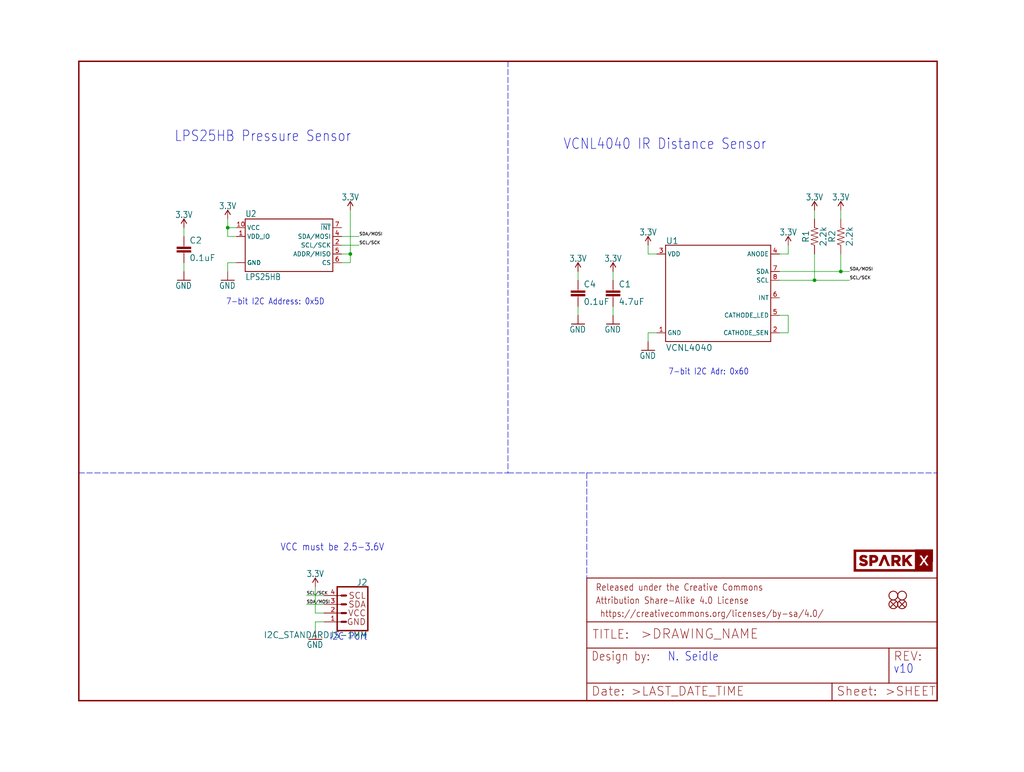
<source format=kicad_sch>
(kicad_sch (version 20211123) (generator eeschema)
  (paper "User" 297.002 223.926)
  (lib_symbols
    (symbol "eagleSchem-eagle-import:0.1UF-0603-25V-(+80{slash}-20%)"
      (property "Reference" "C" (at 1.524 2.921 0))
      (property "Value" "0.1UF-0603-25V-(+80{slash}-20%)" (at 1.524 -2.159 0))
      (symbol "0.1UF-0603-25V-(+80{slash}-20%)_1_0"
        (rectangle (start -2.032 0.508) (end 2.032 1.016) (fill (type outline)))
        (rectangle (start -2.032 1.524) (end 2.032 2.032) (fill (type outline)))
        (polyline (pts (xy 0 0) (xy 0 0.508)) (stroke (width 0.1524)))
        (polyline (pts (xy 0 2.54) (xy 0 2.032)) (stroke (width 0.1524)))
        (pin passive line (at 0 5.08 270) (length 2.54) (name "1") (number "1"))
        (pin passive line (at 0 -2.54 90) (length 2.54) (name "2") (number "2"))
      )
    )
    (symbol "eagleSchem-eagle-import:2.2KOHM-0603-1{slash}10W-1%"
      (property "Reference" "R" (at 0 1.524 0))
      (property "Value" "2.2KOHM-0603-1{slash}10W-1%" (at 0 -1.524 0))
      (symbol "2.2KOHM-0603-1{slash}10W-1%_1_0"
        (polyline (pts (xy -2.54 0) (xy -2.159 1.016)) (stroke (width 0.1524)))
        (polyline (pts (xy -2.159 1.016) (xy -1.524 -1.016)) (stroke (width 0.1524)))
        (polyline (pts (xy -1.524 -1.016) (xy -0.889 1.016)) (stroke (width 0.1524)))
        (polyline (pts (xy -0.889 1.016) (xy -0.254 -1.016)) (stroke (width 0.1524)))
        (polyline (pts (xy -0.254 -1.016) (xy 0.381 1.016)) (stroke (width 0.1524)))
        (polyline (pts (xy 0.381 1.016) (xy 1.016 -1.016)) (stroke (width 0.1524)))
        (polyline (pts (xy 1.016 -1.016) (xy 1.651 1.016)) (stroke (width 0.1524)))
        (polyline (pts (xy 1.651 1.016) (xy 2.286 -1.016)) (stroke (width 0.1524)))
        (polyline (pts (xy 2.286 -1.016) (xy 2.54 0)) (stroke (width 0.1524)))
        (pin passive line (at -5.08 0 0) (length 2.54) (name "1") (number "1"))
        (pin passive line (at 5.08 0 180) (length 2.54) (name "2") (number "2"))
      )
    )
    (symbol "eagleSchem-eagle-import:3.3V" (power)
      (property "Value" "3.3V" (at 0 2.794 0))
      (symbol "3.3V_1_0"
        (polyline (pts (xy 0 2.54) (xy -0.762 1.27)) (stroke (width 0.254)))
        (polyline (pts (xy 0.762 1.27) (xy 0 2.54)) (stroke (width 0.254)))
        (pin power_in line (at 0 0 90) (length 2.54) (name "3.3V") (number "1"))
      )
    )
    (symbol "eagleSchem-eagle-import:4.7UF0603"
      (property "Reference" "C" (at 1.524 2.921 0))
      (property "Value" "4.7UF0603" (at 1.524 -2.159 0))
      (symbol "4.7UF0603_1_0"
        (rectangle (start -2.032 0.508) (end 2.032 1.016) (fill (type outline)))
        (rectangle (start -2.032 1.524) (end 2.032 2.032) (fill (type outline)))
        (polyline (pts (xy 0 0) (xy 0 0.508)) (stroke (width 0.1524)))
        (polyline (pts (xy 0 2.54) (xy 0 2.032)) (stroke (width 0.1524)))
        (pin passive line (at 0 5.08 270) (length 2.54) (name "1") (number "1"))
        (pin passive line (at 0 -2.54 90) (length 2.54) (name "2") (number "2"))
      )
    )
    (symbol "eagleSchem-eagle-import:FIDUCIALUFIDUCIAL"
      (symbol "FIDUCIALUFIDUCIAL_1_0"
        (polyline (pts (xy -0.762 0.762) (xy 0.762 -0.762)) (stroke (width 0.254)))
        (polyline (pts (xy 0.762 0.762) (xy -0.762 -0.762)) (stroke (width 0.254)))
        (circle (center 0 0) (radius 1.27) (stroke (width 0.254)))
      )
    )
    (symbol "eagleSchem-eagle-import:FRAME-LETTER"
      (symbol "FRAME-LETTER_1_0"
        (polyline (pts (xy 0 0) (xy 248.92 0)) (stroke (width 0.4064)))
        (polyline (pts (xy 0 185.42) (xy 0 0)) (stroke (width 0.4064)))
        (polyline (pts (xy 0 185.42) (xy 248.92 185.42)) (stroke (width 0.4064)))
        (polyline (pts (xy 248.92 185.42) (xy 248.92 0)) (stroke (width 0.4064)))
      )
      (symbol "FRAME-LETTER_2_0"
        (polyline (pts (xy 0 0) (xy 0 5.08)) (stroke (width 0.254)))
        (polyline (pts (xy 0 0) (xy 71.12 0)) (stroke (width 0.254)))
        (polyline (pts (xy 0 5.08) (xy 0 15.24)) (stroke (width 0.254)))
        (polyline (pts (xy 0 5.08) (xy 71.12 5.08)) (stroke (width 0.254)))
        (polyline (pts (xy 0 15.24) (xy 0 22.86)) (stroke (width 0.254)))
        (polyline (pts (xy 0 22.86) (xy 0 35.56)) (stroke (width 0.254)))
        (polyline (pts (xy 0 22.86) (xy 101.6 22.86)) (stroke (width 0.254)))
        (polyline (pts (xy 71.12 0) (xy 101.6 0)) (stroke (width 0.254)))
        (polyline (pts (xy 71.12 5.08) (xy 71.12 0)) (stroke (width 0.254)))
        (polyline (pts (xy 71.12 5.08) (xy 87.63 5.08)) (stroke (width 0.254)))
        (polyline (pts (xy 87.63 5.08) (xy 101.6 5.08)) (stroke (width 0.254)))
        (polyline (pts (xy 87.63 15.24) (xy 0 15.24)) (stroke (width 0.254)))
        (polyline (pts (xy 87.63 15.24) (xy 87.63 5.08)) (stroke (width 0.254)))
        (polyline (pts (xy 101.6 5.08) (xy 101.6 0)) (stroke (width 0.254)))
        (polyline (pts (xy 101.6 15.24) (xy 87.63 15.24)) (stroke (width 0.254)))
        (polyline (pts (xy 101.6 15.24) (xy 101.6 5.08)) (stroke (width 0.254)))
        (polyline (pts (xy 101.6 22.86) (xy 101.6 15.24)) (stroke (width 0.254)))
        (polyline (pts (xy 101.6 35.56) (xy 0 35.56)) (stroke (width 0.254)))
        (polyline (pts (xy 101.6 35.56) (xy 101.6 22.86)) (stroke (width 0.254)))
        (text " https://creativecommons.org/licenses/by-sa/4.0/" (at 2.54 24.13 0) (effects (font (size 1.9304 1.6408)) (justify left bottom)))
        (text ">DRAWING_NAME" (at 15.494 17.78 0) (effects (font (size 2.7432 2.7432)) (justify left bottom)))
        (text ">LAST_DATE_TIME" (at 12.7 1.27 0) (effects (font (size 2.54 2.54)) (justify left bottom)))
        (text ">SHEET" (at 86.36 1.27 0) (effects (font (size 2.54 2.54)) (justify left bottom)))
        (text "Attribution Share-Alike 4.0 License" (at 2.54 27.94 0) (effects (font (size 1.9304 1.6408)) (justify left bottom)))
        (text "Date:" (at 1.27 1.27 0) (effects (font (size 2.54 2.54)) (justify left bottom)))
        (text "Design by:" (at 1.27 11.43 0) (effects (font (size 2.54 2.159)) (justify left bottom)))
        (text "Released under the Creative Commons" (at 2.54 31.75 0) (effects (font (size 1.9304 1.6408)) (justify left bottom)))
        (text "REV:" (at 88.9 11.43 0) (effects (font (size 2.54 2.54)) (justify left bottom)))
        (text "Sheet:" (at 72.39 1.27 0) (effects (font (size 2.54 2.54)) (justify left bottom)))
        (text "TITLE:" (at 1.524 17.78 0) (effects (font (size 2.54 2.54)) (justify left bottom)))
      )
    )
    (symbol "eagleSchem-eagle-import:GND" (power)
      (property "Value" "GND" (at -2.54 -2.54 0))
      (symbol "GND_1_0"
        (polyline (pts (xy -1.905 0) (xy 1.905 0)) (stroke (width 0.254)))
        (pin power_in line (at 0 2.54 270) (length 2.54) (name "GND") (number "1"))
      )
    )
    (symbol "eagleSchem-eagle-import:I2C_STANDARDJS-1MM"
      (property "Reference" "J" (at -5.08 7.874 0))
      (property "Value" "I2C_STANDARDJS-1MM" (at -5.08 -5.334 0))
      (symbol "I2C_STANDARDJS-1MM_1_0"
        (polyline (pts (xy -5.08 7.62) (xy -5.08 -5.08)) (stroke (width 0.4064)))
        (polyline (pts (xy -5.08 7.62) (xy 3.81 7.62)) (stroke (width 0.4064)))
        (polyline (pts (xy 1.27 -2.54) (xy 2.54 -2.54)) (stroke (width 0.6096)))
        (polyline (pts (xy 1.27 0) (xy 2.54 0)) (stroke (width 0.6096)))
        (polyline (pts (xy 1.27 2.54) (xy 2.54 2.54)) (stroke (width 0.6096)))
        (polyline (pts (xy 1.27 5.08) (xy 2.54 5.08)) (stroke (width 0.6096)))
        (polyline (pts (xy 3.81 -5.08) (xy -5.08 -5.08)) (stroke (width 0.4064)))
        (polyline (pts (xy 3.81 -5.08) (xy 3.81 7.62)) (stroke (width 0.4064)))
        (text "GND" (at -4.572 -2.54 0) (effects (font (size 1.778 1.778)) (justify left)))
        (text "SCL" (at -4.572 5.08 0) (effects (font (size 1.778 1.778)) (justify left)))
        (text "SDA" (at -4.572 2.54 0) (effects (font (size 1.778 1.778)) (justify left)))
        (text "VCC" (at -4.572 0 0) (effects (font (size 1.778 1.778)) (justify left)))
        (pin power_in line (at 7.62 -2.54 180) (length 5.08) (name "GND") (number "1"))
        (pin power_in line (at 7.62 0 180) (length 5.08) (name "VCC") (number "2"))
        (pin passive line (at 7.62 2.54 180) (length 5.08) (name "SDA") (number "3"))
        (pin passive line (at 7.62 5.08 180) (length 5.08) (name "SCL") (number "4"))
      )
    )
    (symbol "eagleSchem-eagle-import:LPS25HB"
      (property "Reference" "U" (at -12.7 8.128 0))
      (property "Value" "LPS25HB" (at -12.7 -10.16 0))
      (symbol "LPS25HB_1_0"
        (polyline (pts (xy -12.7 -7.62) (xy -12.7 7.62)) (stroke (width 0.254)))
        (polyline (pts (xy -12.7 7.62) (xy 12.7 7.62)) (stroke (width 0.254)))
        (polyline (pts (xy 12.7 -7.62) (xy -12.7 -7.62)) (stroke (width 0.254)))
        (polyline (pts (xy 12.7 7.62) (xy 12.7 -7.62)) (stroke (width 0.254)))
        (pin bidirectional line (at -15.24 2.54 0) (length 2.54) (name "VDD_IO") (number "1"))
        (pin bidirectional line (at -15.24 5.08 0) (length 2.54) (name "VCC") (number "10"))
        (pin bidirectional line (at 15.24 0 180) (length 2.54) (name "SCL/SCK") (number "2"))
        (pin bidirectional line (at -15.24 -5.08 0) (length 2.54) (name "GND") (number "3"))
        (pin bidirectional line (at 15.24 2.54 180) (length 2.54) (name "SDA/MOSI") (number "4"))
        (pin bidirectional line (at 15.24 -2.54 180) (length 2.54) (name "ADDR/MISO") (number "5"))
        (pin bidirectional line (at 15.24 -5.08 180) (length 2.54) (name "CS") (number "6"))
        (pin bidirectional line (at 15.24 5.08 180) (length 2.54) (name "~{INT}") (number "7"))
        (pin bidirectional line (at -15.24 -5.08 0) (length 2.54) (name "GND") (number "8"))
        (pin bidirectional line (at -15.24 -5.08 0) (length 2.54) (name "GND") (number "9"))
      )
    )
    (symbol "eagleSchem-eagle-import:SPARKX-LOGO3"
      (symbol "SPARKX-LOGO3_1_0"
        (polyline (pts (xy -7.8625 0.7515) (xy -8.05 0.7515) (xy -7.9141 0.6766)) (fill (type outline)))
        (polyline (pts (xy -1.9397 0.7515) (xy -2.2814 1.5544) (xy -2.9032 1.5544) (xy -3.2451 0.7515)) (fill (type outline)))
        (polyline (pts (xy 3.3489 0.7515) (xy 3.3489 1.5316) (xy 2.6746 1.5316) (xy 2.6746 0.7515)) (fill (type outline)))
        (polyline (pts (xy 4.6578 0.7515) (xy 5.4063 1.5316) (xy 4.5925 1.5316) (xy 3.8684 0.7515)) (fill (type outline)))
        (polyline (pts (xy -1.9397 0.7515) (xy -3.2451 0.7515) (xy -4.2176 -1.5339) (xy -3.5295 -1.5339) (xy -2.6014 0.7429) (xy -1.6733 -1.5339) (xy -0.9669 -1.5339)) (fill (type outline)))
        (polyline (pts (xy 4.6578 0.7515) (xy 3.8684 0.7515) (xy 3.3489 0.192) (xy 3.3489 0.7515) (xy 2.6746 0.7515) (xy 2.6746 -1.5339) (xy 3.3489 -1.5339) (xy 3.3489 -0.5966) (xy 3.7033 -0.2286) (xy 4.6542 -1.5339) (xy 5.4635 -1.5339) (xy 4.1582 0.2308)) (fill (type outline)))
        (polyline (pts (xy 11.43 -0.3081) (xy 9.5125 -0.3081) (xy 10.3487 -1.5339) (xy 10.3441 -1.5339) (xy 9.5554 -1.5339) (xy 8.8673 -0.4823) (xy 8.1747 -1.5339) (xy 7.4089 -1.5339) (xy 8.2501 -0.3081) (xy 6.323 -0.3081) (xy 6.323 -2.5763) (xy 6.1173 -2.5763) (xy 6.1173 -3.1638) (xy 6.323 -3.1638) (xy 11.43 -3.1638)) (fill (type outline)))
        (polyline (pts (xy -4.4884 0.7515) (xy -4.5331 0.9052) (xy -4.6316 1.0868) (xy -4.7663 1.2412) (xy -4.9339 1.3652) (xy -5.1343 1.4584) (xy -5.3657 1.5161) (xy -5.6281 1.5361) (xy -6.8808 1.5361) (xy -6.8808 0.7515) (xy -6.2042 0.7515) (xy -6.2042 0.9235) (xy -5.6829 0.9235) (xy -5.4556 0.894) (xy -5.2829 0.8046) (xy -5.2428 0.7515)) (fill (type outline)))
        (polyline (pts (xy 2.0431 0.7515) (xy 1.9885 0.9438) (xy 1.8935 1.117) (xy 1.7602 1.2641) (xy 1.5925 1.3812) (xy 1.3947 1.4648) (xy 1.1663 1.5148) (xy 0.9075 1.5316) (xy -0.4937 1.5316) (xy -0.4937 0.7515) (xy 0.1805 0.7515) (xy 0.1805 0.9235) (xy 0.8503 0.9235) (xy 1.0734 0.8961) (xy 1.2412 0.8138) (xy 1.2887 0.7515)) (fill (type outline)))
        (polyline (pts (xy -11.43 3.1638) (xy -11.43 -3.1638) (xy 6.1173 -3.1638) (xy 6.1173 -2.5763) (xy -10.8424 -2.5763) (xy -10.8424 2.5763) (xy 6.323 2.5763) (xy 6.323 -0.3081) (xy 8.2501 -0.3081) (xy 8.4787 0.0251) (xy 7.4546 1.5316) (xy 8.2433 1.5316) (xy 8.8879 0.5372) (xy 9.5371 1.5316) (xy 10.303 1.5316) (xy 9.2788 0.0342) (xy 9.5125 -0.3081) (xy 11.43 -0.3081) (xy 11.43 3.1638) (xy 6.323 3.1638)) (fill (type outline)))
        (polyline (pts (xy -8.7028 1.5727) (xy -8.9291 1.556) (xy -9.1348 1.5064) (xy -9.3177 1.4264) (xy -9.4731 1.319) (xy -9.5984 1.1849) (xy -9.6926 1.0287) (xy -9.7513 0.8501) (xy -9.7607 0.7515) (xy -9.0934 0.7515) (xy -9.0784 0.8153) (xy -9.0045 0.9006) (xy -8.8811 0.9583) (xy -8.7096 0.9784) (xy -8.513 0.958) (xy -8.3164 0.8983) (xy -8.05 0.7515) (xy -7.8625 0.7515) (xy -7.5643 1.1841) (xy -7.8127 1.3505) (xy -8.0832 1.4721) (xy -8.3792 1.5473)) (fill (type outline)))
        (polyline (pts (xy 2.0431 0.7515) (xy 1.2887 0.7515) (xy 1.3462 0.6766) (xy 1.3807 0.4846) (xy 1.3807 0.4777) (xy 1.3479 0.3012) (xy 1.2481 0.1623) (xy 1.0853 0.0736) (xy 0.8641 0.0434) (xy 0.1805 0.0434) (xy 0.1805 0.7515) (xy -0.4937 0.7515) (xy -0.4937 -1.5339) (xy 0.1805 -1.5339) (xy 0.1805 -0.5532) (xy 0.7109 -0.5532) (xy 1.367 -1.5339) (xy 2.1556 -1.5339) (xy 1.4058 -0.4389) (xy 1.6718 -0.2981) (xy 1.8813 -0.096) (xy 2.0182 0.1724) (xy 2.0642 0.5097) (xy 2.0642 0.5189) (xy 2.0454 0.7442)) (fill (type outline)))
        (polyline (pts (xy -4.4884 0.7515) (xy -5.2428 0.7515) (xy -5.1729 0.6593) (xy -5.1366 0.4594) (xy -5.1366 0.4503) (xy -5.1711 0.2692) (xy -5.276 0.1188) (xy -5.4444 0.019) (xy -5.6692 -0.0137) (xy -6.2042 -0.0137) (xy -6.2042 0.7515) (xy -6.8808 0.7515) (xy -6.8808 -1.5293) (xy -6.2064 -1.5293) (xy -6.2064 -0.6103) (xy -5.6944 -0.6103) (xy -5.4444 -0.593) (xy -5.2097 -0.5417) (xy -4.9987 -0.4564) (xy -4.8166 -0.3383) (xy -4.6659 -0.1854) (xy -4.5514 0) (xy -4.4795 0.2179) (xy -4.4554 0.4686) (xy -4.4531 0.464) (xy -4.4531 0.4732) (xy -4.4734 0.6995)) (fill (type outline)))
        (polyline (pts (xy -9.0934 0.7515) (xy -9.7607 0.7515) (xy -9.7703 0.6492) (xy -9.7703 0.64) (xy -9.7518 0.4312) (xy -9.6972 0.2583) (xy -9.61 0.1173) (xy -9.4937 0.0022) (xy -9.1737 -0.1714) (xy -8.7508 -0.2994) (xy -8.4376 -0.3909) (xy -8.2478 -0.4777) (xy -8.1564 -0.5715) (xy -8.1313 -0.688) (xy -8.1313 -0.6972) (xy -8.1605 -0.8188) (xy -8.2478 -0.9098) (xy -8.3873 -0.9674) (xy -8.5747 -0.9875) (xy -8.8275 -0.9621) (xy -9.0594 -0.8869) (xy -9.2781 -0.7688) (xy -9.4914 -0.6149) (xy -9.8892 -1.0927) (xy -9.5984 -1.3103) (xy -9.2765 -1.463) (xy -8.9359 -1.5537) (xy -8.5885 -1.5841) (xy -8.3499 -1.5684) (xy -8.1335 -1.5201) (xy -7.9428 -1.4424) (xy -7.7792 -1.3373) (xy -7.6474 -1.2024) (xy -7.5483 -1.0401) (xy -7.4866 -0.8498) (xy -7.466 -0.6355) (xy -7.466 -0.6263) (xy -7.466 -0.6172) (xy -7.4818 -0.43) (xy -7.53 -0.272) (xy -7.6095 -0.1369) (xy -7.7198 -0.0205) (xy -8.0261 0.1623) (xy -8.4421 0.2994) (xy -8.769 0.3909) (xy -8.9725 0.4732) (xy -9.0754 0.5715) (xy -9.1028 0.7018) (xy -9.1028 0.7109)) (fill (type outline)))
      )
    )
    (symbol "eagleSchem-eagle-import:STAND-OFF"
      (symbol "STAND-OFF_1_0"
        (circle (center 0 0) (radius 1.27) (stroke (width 0.254)))
      )
    )
    (symbol "eagleSchem-eagle-import:VCNL4040"
      (property "Reference" "U" (at -15.24 12.954 0))
      (property "Value" "VCNL4040" (at -15.24 -18.034 0))
      (symbol "VCNL4040_1_0"
        (polyline (pts (xy -15.24 -15.24) (xy -15.24 12.7)) (stroke (width 0.254)))
        (polyline (pts (xy -15.24 12.7) (xy 15.24 12.7)) (stroke (width 0.254)))
        (polyline (pts (xy 15.24 -15.24) (xy -15.24 -15.24)) (stroke (width 0.254)))
        (polyline (pts (xy 15.24 12.7) (xy 15.24 -15.24)) (stroke (width 0.254)))
        (pin bidirectional line (at -17.78 -12.7 0) (length 2.54) (name "GND") (number "1"))
        (pin bidirectional line (at 17.78 -12.7 180) (length 2.54) (name "CATHODE_SEN") (number "2"))
        (pin bidirectional line (at -17.78 10.16 0) (length 2.54) (name "VDD") (number "3"))
        (pin bidirectional line (at 17.78 10.16 180) (length 2.54) (name "ANODE") (number "4"))
        (pin bidirectional line (at 17.78 -7.62 180) (length 2.54) (name "CATHODE_LED") (number "5"))
        (pin bidirectional line (at 17.78 -2.54 180) (length 2.54) (name "INT") (number "6"))
        (pin bidirectional line (at 17.78 5.08 180) (length 2.54) (name "SDA") (number "7"))
        (pin bidirectional line (at 17.78 2.54 180) (length 2.54) (name "SCL") (number "8"))
      )
    )
  )
  (junction (at 243.84 78.74))
  (junction (at 66.04 66.04))
  (junction (at 101.6 73.66))
  (junction (at 236.22 81.28))
  (wire (pts (xy 93.98 177.8) (xy 91.44 177.8)))
  (wire (pts (xy 93.98 175.26) (xy 88.9 175.26)))
  (wire (pts (xy 53.34 78.74) (xy 53.34 76.2)))
  (wire (pts (xy 99.06 71.12) (xy 104.14 71.12)))
  (wire (pts (xy 236.22 81.28) (xy 246.38 81.28)))
  (wire (pts (xy 177.8 81.28) (xy 177.8 78.74)))
  (wire (pts (xy 99.06 73.66) (xy 101.6 73.66)))
  (wire (pts (xy 99.06 68.58) (xy 104.14 68.58)))
  (wire (pts (xy 226.06 81.28) (xy 236.22 81.28)))
  (polyline (pts (xy 170.18 137.16) (xy 170.18 167.64)))
  (wire (pts (xy 101.6 60.96) (xy 101.6 73.66)))
  (wire (pts (xy 228.6 96.52) (xy 226.06 96.52)))
  (wire (pts (xy 93.98 180.34) (xy 91.44 180.34)))
  (wire (pts (xy 167.64 91.44) (xy 167.64 88.9)))
  (wire (pts (xy 236.22 60.96) (xy 236.22 63.5)))
  (polyline (pts (xy 22.86 137.16) (xy 147.32 137.16)))
  (wire (pts (xy 228.6 73.66) (xy 226.06 73.66)))
  (wire (pts (xy 190.5 96.52) (xy 187.96 96.52)))
  (wire (pts (xy 243.84 73.66) (xy 243.84 78.74)))
  (wire (pts (xy 91.44 170.18) (xy 91.44 177.8)))
  (wire (pts (xy 68.58 68.58) (xy 66.04 68.58)))
  (wire (pts (xy 236.22 73.66) (xy 236.22 81.28)))
  (wire (pts (xy 187.96 96.52) (xy 187.96 99.06)))
  (wire (pts (xy 68.58 66.04) (xy 66.04 66.04)))
  (wire (pts (xy 190.5 73.66) (xy 187.96 73.66)))
  (wire (pts (xy 93.98 172.72) (xy 88.9 172.72)))
  (polyline (pts (xy 147.32 137.16) (xy 170.18 137.16)))
  (wire (pts (xy 53.34 66.04) (xy 53.34 68.58)))
  (wire (pts (xy 226.06 91.44) (xy 228.6 91.44)))
  (wire (pts (xy 177.8 88.9) (xy 177.8 91.44)))
  (wire (pts (xy 243.84 78.74) (xy 246.38 78.74)))
  (polyline (pts (xy 170.18 137.16) (xy 271.78 137.16)))
  (wire (pts (xy 228.6 71.12) (xy 228.6 73.66)))
  (wire (pts (xy 68.58 76.2) (xy 66.04 76.2)))
  (wire (pts (xy 101.6 73.66) (xy 101.6 76.2)))
  (wire (pts (xy 66.04 68.58) (xy 66.04 66.04)))
  (wire (pts (xy 91.44 182.88) (xy 91.44 180.34)))
  (wire (pts (xy 187.96 71.12) (xy 187.96 73.66)))
  (wire (pts (xy 167.64 81.28) (xy 167.64 78.74)))
  (wire (pts (xy 66.04 66.04) (xy 66.04 63.5)))
  (polyline (pts (xy 147.32 17.78) (xy 147.32 137.16)))
  (wire (pts (xy 66.04 76.2) (xy 66.04 78.74)))
  (wire (pts (xy 228.6 91.44) (xy 228.6 96.52)))
  (wire (pts (xy 99.06 76.2) (xy 101.6 76.2)))
  (wire (pts (xy 226.06 78.74) (xy 243.84 78.74)))
  (wire (pts (xy 243.84 60.96) (xy 243.84 63.5)))
  (text "7-bit I2C Adr: 0x60" (at 193.802 108.966 180) (effects (font (size 1.778 1.5113)) (justify left bottom)))
  (text "VCC must be 2.5-3.6V" (at 81.28 160.02 180) (effects (font (size 2.032 1.7272)) (justify left bottom)))
  (text "VCNL4040 IR Distance Sensor" (at 163.322 43.688 180) (effects (font (size 3.048 2.5908)) (justify left bottom)))
  (text "7-bit I2C Address: 0x5D" (at 65.532 88.646 180) (effects (font (size 1.778 1.5113)) (justify left bottom)))
  (text "I2C Port" (at 95.504 185.928 180) (effects (font (size 2.032 1.7272)) (justify left bottom)))
  (text "N. Seidle" (at 193.548 192.024 180) (effects (font (size 2.54 2.159)) (justify left bottom)))
  (text "v10" (at 259.08 195.58 180) (effects (font (size 2.54 2.159)) (justify left bottom)))
  (text "LPS25HB Pressure Sensor" (at 50.546 41.402 180) (effects (font (size 3.048 2.5908)) (justify left bottom)))
  (label "SDA/MOSI" (at 104.14 68.58 0) (effects (font (size 0.889 0.889))))
  (label "SDA/MOSI" (at 88.9 175.26 0) (effects (font (size 0.889 0.889))))
  (label "SCL/SCK" (at 88.9 172.72 0) (effects (font (size 0.889 0.889))))
  (label "SCL/SCK" (at 104.14 71.12 0) (effects (font (size 0.889 0.889))))
  (label "SCL/SCK" (at 246.38 81.28 0) (effects (font (size 0.889 0.889))))
  (label "SDA/MOSI" (at 246.38 78.74 0) (effects (font (size 0.889 0.889))))
  (symbol (lib_id "eagleSchem-eagle-import:GND") (at 66.04 81.28 0) (unit 1)
    (property "Reference" "#GND1" (effects hide))
    (property "Value" "GND" (at 63.5 83.82 0) (effects (font (size 1.778 1.5113)) (justify left bottom)))
    (property "Footprint" "eagleSchem:" (effects hide))
  )
  (symbol (lib_id "eagleSchem-eagle-import:3.3V") (at 187.96 71.12 0) (unit 1)
    (property "Reference" "#SUPPLY1" (effects hide))
    (property "Value" "3.3V" (at 187.96 68.326 0) (effects (font (size 1.778 1.5113)) (justify bottom)))
    (property "Footprint" "eagleSchem:" (effects hide))
  )
  (symbol (lib_id "eagleSchem-eagle-import:2.2KOHM-0603-1{slash}10W-1%") (at 243.84 68.58 90) (unit 1)
    (property "Reference" "R2" (at 242.316 68.58 0) (effects (font (size 1.778 1.778)) (justify bottom)))
    (property "Value" "2.2k" (at 245.364 68.58 0) (effects (font (size 1.778 1.778)) (justify top)))
    (property "Footprint" "eagleSchem:0603" (effects hide))
  )
  (symbol (lib_id "eagleSchem-eagle-import:SPARKX-LOGO3") (at 259.08 162.56 0) (unit 1)
    (property "Reference" "U$2" (effects hide))
    (property "Value" "SPARKX-LOGO3" (effects hide))
    (property "Footprint" "eagleSchem:SPARKX-SMALL" (effects hide))
  )
  (symbol (lib_id "eagleSchem-eagle-import:GND") (at 177.8 93.98 0) (unit 1)
    (property "Reference" "#GND8" (effects hide))
    (property "Value" "GND" (at 175.26 96.52 0) (effects (font (size 1.778 1.5113)) (justify left bottom)))
    (property "Footprint" "eagleSchem:" (effects hide))
  )
  (symbol (lib_id "eagleSchem-eagle-import:0.1UF-0603-25V-(+80{slash}-20%)") (at 167.64 86.36 0) (unit 1)
    (property "Reference" "C4" (at 169.164 83.439 0) (effects (font (size 1.778 1.778)) (justify left bottom)))
    (property "Value" "0.1uF" (at 169.164 88.519 0) (effects (font (size 1.778 1.778)) (justify left bottom)))
    (property "Footprint" "eagleSchem:0603" (effects hide))
  )
  (symbol (lib_id "eagleSchem-eagle-import:0.1UF-0603-25V-(+80{slash}-20%)") (at 53.34 73.66 0) (unit 1)
    (property "Reference" "C2" (at 54.864 70.739 0) (effects (font (size 1.778 1.778)) (justify left bottom)))
    (property "Value" "0.1uF" (at 54.864 75.819 0) (effects (font (size 1.778 1.778)) (justify left bottom)))
    (property "Footprint" "eagleSchem:0603" (effects hide))
  )
  (symbol (lib_id "eagleSchem-eagle-import:STAND-OFF") (at 261.62 172.72 0) (unit 1)
    (property "Reference" "U$3" (effects hide))
    (property "Value" "STAND-OFF" (effects hide))
    (property "Footprint" "eagleSchem:STAND-OFF-#2" (effects hide))
  )
  (symbol (lib_id "eagleSchem-eagle-import:LPS25HB") (at 83.82 71.12 0) (unit 1)
    (property "Reference" "U2" (at 71.12 62.992 0) (effects (font (size 1.778 1.5113)) (justify left bottom)))
    (property "Value" "LPS25HB" (at 71.12 81.28 0) (effects (font (size 1.778 1.5113)) (justify left bottom)))
    (property "Footprint" "eagleSchem:LPS25HB" (effects hide))
  )
  (symbol (lib_id "eagleSchem-eagle-import:GND") (at 187.96 101.6 0) (unit 1)
    (property "Reference" "#GND3" (effects hide))
    (property "Value" "GND" (at 185.42 104.14 0) (effects (font (size 1.778 1.5113)) (justify left bottom)))
    (property "Footprint" "eagleSchem:" (effects hide))
  )
  (symbol (lib_id "eagleSchem-eagle-import:3.3V") (at 236.22 60.96 0) (unit 1)
    (property "Reference" "#SUPPLY5" (effects hide))
    (property "Value" "3.3V" (at 236.22 58.166 0) (effects (font (size 1.778 1.5113)) (justify bottom)))
    (property "Footprint" "eagleSchem:" (effects hide))
  )
  (symbol (lib_id "eagleSchem-eagle-import:FIDUCIALUFIDUCIAL") (at 259.08 175.26 0) (unit 1)
    (property "Reference" "FD2" (effects hide))
    (property "Value" "FIDUCIALUFIDUCIAL" (effects hide))
    (property "Footprint" "eagleSchem:FIDUCIAL-MICRO" (effects hide))
  )
  (symbol (lib_id "eagleSchem-eagle-import:FRAME-LETTER") (at 22.86 203.2 0) (unit 1)
    (property "Reference" "FRAME2" (effects hide))
    (property "Value" "FRAME-LETTER" (effects hide))
    (property "Footprint" "eagleSchem:CREATIVE_COMMONS" (effects hide))
  )
  (symbol (lib_id "eagleSchem-eagle-import:3.3V") (at 167.64 78.74 0) (unit 1)
    (property "Reference" "#SUPPLY3" (effects hide))
    (property "Value" "3.3V" (at 167.64 75.946 0) (effects (font (size 1.778 1.5113)) (justify bottom)))
    (property "Footprint" "eagleSchem:" (effects hide))
  )
  (symbol (lib_id "eagleSchem-eagle-import:FIDUCIALUFIDUCIAL") (at 261.62 175.26 0) (unit 1)
    (property "Reference" "FD1" (effects hide))
    (property "Value" "FIDUCIALUFIDUCIAL" (effects hide))
    (property "Footprint" "eagleSchem:FIDUCIAL-MICRO" (effects hide))
  )
  (symbol (lib_id "eagleSchem-eagle-import:3.3V") (at 177.8 78.74 0) (unit 1)
    (property "Reference" "#SUPPLY2" (effects hide))
    (property "Value" "3.3V" (at 177.8 75.946 0) (effects (font (size 1.778 1.5113)) (justify bottom)))
    (property "Footprint" "eagleSchem:" (effects hide))
  )
  (symbol (lib_id "eagleSchem-eagle-import:3.3V") (at 243.84 60.96 0) (unit 1)
    (property "Reference" "#SUPPLY6" (effects hide))
    (property "Value" "3.3V" (at 243.84 58.166 0) (effects (font (size 1.778 1.5113)) (justify bottom)))
    (property "Footprint" "eagleSchem:" (effects hide))
  )
  (symbol (lib_id "eagleSchem-eagle-import:3.3V") (at 53.34 66.04 0) (unit 1)
    (property "Reference" "#SUPPLY7" (effects hide))
    (property "Value" "3.3V" (at 53.34 63.246 0) (effects (font (size 1.778 1.5113)) (justify bottom)))
    (property "Footprint" "eagleSchem:" (effects hide))
  )
  (symbol (lib_id "eagleSchem-eagle-import:GND") (at 53.34 81.28 0) (unit 1)
    (property "Reference" "#GND5" (effects hide))
    (property "Value" "GND" (at 50.8 83.82 0) (effects (font (size 1.778 1.5113)) (justify left bottom)))
    (property "Footprint" "eagleSchem:" (effects hide))
  )
  (symbol (lib_id "eagleSchem-eagle-import:GND") (at 91.44 185.42 0) (unit 1)
    (property "Reference" "#GND4" (effects hide))
    (property "Value" "GND" (at 88.9 187.96 0) (effects (font (size 1.778 1.5113)) (justify left bottom)))
    (property "Footprint" "eagleSchem:" (effects hide))
  )
  (symbol (lib_id "eagleSchem-eagle-import:4.7UF0603") (at 177.8 86.36 0) (unit 1)
    (property "Reference" "C1" (at 179.324 83.439 0) (effects (font (size 1.778 1.778)) (justify left bottom)))
    (property "Value" "4.7uF" (at 179.324 88.519 0) (effects (font (size 1.778 1.778)) (justify left bottom)))
    (property "Footprint" "eagleSchem:0603" (effects hide))
  )
  (symbol (lib_id "eagleSchem-eagle-import:3.3V") (at 101.6 60.96 0) (unit 1)
    (property "Reference" "#SUPPLY10" (effects hide))
    (property "Value" "3.3V" (at 101.6 58.166 0) (effects (font (size 1.778 1.5113)) (justify bottom)))
    (property "Footprint" "eagleSchem:" (effects hide))
  )
  (symbol (lib_id "eagleSchem-eagle-import:3.3V") (at 66.04 63.5 0) (unit 1)
    (property "Reference" "#SUPPLY4" (effects hide))
    (property "Value" "3.3V" (at 66.04 60.706 0) (effects (font (size 1.778 1.5113)) (justify bottom)))
    (property "Footprint" "eagleSchem:" (effects hide))
  )
  (symbol (lib_id "eagleSchem-eagle-import:2.2KOHM-0603-1{slash}10W-1%") (at 236.22 68.58 90) (unit 1)
    (property "Reference" "R1" (at 234.696 68.58 0) (effects (font (size 1.778 1.778)) (justify bottom)))
    (property "Value" "2.2k" (at 237.744 68.58 0) (effects (font (size 1.778 1.778)) (justify top)))
    (property "Footprint" "eagleSchem:0603" (effects hide))
  )
  (symbol (lib_id "eagleSchem-eagle-import:3.3V") (at 228.6 71.12 0) (unit 1)
    (property "Reference" "#SUPPLY11" (effects hide))
    (property "Value" "3.3V" (at 228.6 68.326 0) (effects (font (size 1.778 1.5113)) (justify bottom)))
    (property "Footprint" "eagleSchem:" (effects hide))
  )
  (symbol (lib_id "eagleSchem-eagle-import:GND") (at 167.64 93.98 0) (unit 1)
    (property "Reference" "#GND2" (effects hide))
    (property "Value" "GND" (at 165.1 96.52 0) (effects (font (size 1.778 1.5113)) (justify left bottom)))
    (property "Footprint" "eagleSchem:" (effects hide))
  )
  (symbol (lib_id "eagleSchem-eagle-import:VCNL4040") (at 208.28 83.82 0) (unit 1)
    (property "Reference" "U1" (at 193.04 70.866 0) (effects (font (size 1.778 1.778)) (justify left bottom)))
    (property "Value" "VCNL4040" (at 193.04 101.854 0) (effects (font (size 1.778 1.778)) (justify left bottom)))
    (property "Footprint" "eagleSchem:VCNL4040" (effects hide))
  )
  (symbol (lib_id "eagleSchem-eagle-import:STAND-OFF") (at 259.08 172.72 0) (unit 1)
    (property "Reference" "U$4" (effects hide))
    (property "Value" "STAND-OFF" (effects hide))
    (property "Footprint" "eagleSchem:STAND-OFF-#2" (effects hide))
  )
  (symbol (lib_id "eagleSchem-eagle-import:3.3V") (at 91.44 170.18 0) (unit 1)
    (property "Reference" "#SUPPLY8" (effects hide))
    (property "Value" "3.3V" (at 91.44 167.386 0) (effects (font (size 1.778 1.5113)) (justify bottom)))
    (property "Footprint" "eagleSchem:" (effects hide))
  )
  (symbol (lib_id "eagleSchem-eagle-import:FRAME-LETTER") (at 170.18 203.2 0) (unit 2)
    (property "Reference" "FRAME2" (effects hide))
    (property "Value" "FRAME-LETTER" (effects hide))
    (property "Footprint" "eagleSchem:CREATIVE_COMMONS" (effects hide))
  )
  (symbol (lib_id "eagleSchem-eagle-import:I2C_STANDARDJS-1MM") (at 101.6 177.8 0) (mirror y) (unit 1)
    (property "Reference" "J2" (at 106.68 169.926 0) (effects (font (size 1.778 1.778)) (justify left bottom)))
    (property "Value" "I2C_STANDARDJS-1MM" (at 106.68 183.134 0) (effects (font (size 1.778 1.778)) (justify left top)))
    (property "Footprint" "eagleSchem:1X04_1MM_RA" (effects hide))
  )
)
</source>
